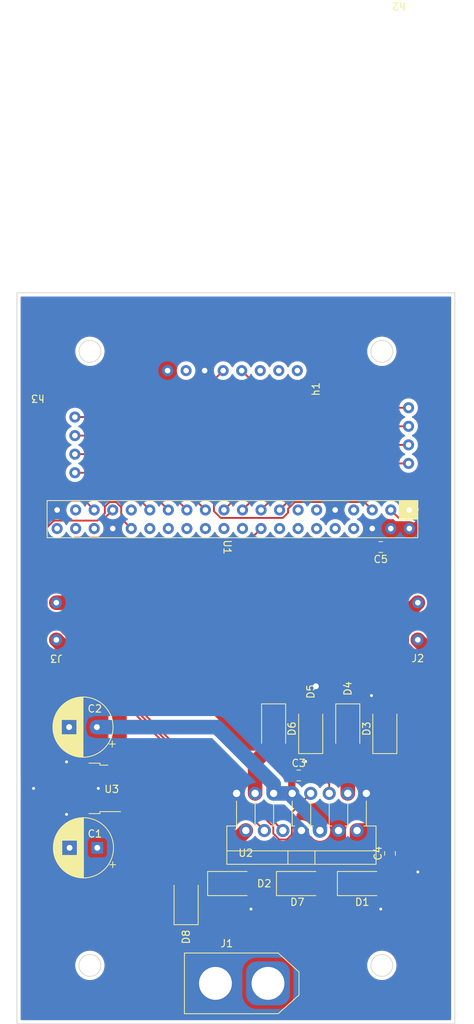
<source format=kicad_pcb>
(kicad_pcb (version 20211014) (generator pcbnew)
  (layers (0 "F.Cu" signal) (31 "B.Cu" signal) (34 "B.Paste" user) (35 "F.Paste" user) (36 "B.SilkS" user "B.Silkscreen") (37 "F.SilkS" user "F.Silkscreen") (38 "B.Mask" user) (39 "F.Mask" user) (44 "Edge.Cuts" user))
  (net 0 "")
  (net 4 "+12V")
  (net 5 "/SDA")
  (net 6 "/SCL")
  (net 9 "Net-(D1-Pad1)")
  (net 10 "Net-(D3-Pad1)")
  (net 11 "Net-(D5-Pad1)")
  (net 13 "/GPIO18(PWM0)")
  (net 14 "/GPIO12(PWM0)")
  (net 15 "/GPIO13(PWM1)")
  (net 16 "/GPIO19(PWM1)")
  (net 17 "Net-(D7-Pad1)")
  (net 18 "/Motor_sensor_1")
  (net 19 "/Motor_sensor_2")
  (net 21 "+5V")
  (net 22 "GND")
  (net 30 "/Motor_sensor_3")
  (net 32 "/Motor_sensor_4")
  (net 33 "/Motor_sensor_5")
  (net 34 "/Motor_sensor_6")
  (net 35 "/Motor_sensor_7")
  (net 37 "/Motor_sensor_8")
  (footprint "car:4head" (layer "F.Cu") (at 73.66 50.8)
    (fp_text reference "h2" (at -1.31 -60.007859 180 unlocked) (layer "F.SilkS"))
    (fp_text value "4head")
    (pad "1" thru_hole circle (at 0 2.54) (size 1.524 1.524) (drill 0.762) (layers *.Cu *.Mask) (net 18 "/Motor_sensor_1"))
    (pad "2" thru_hole circle (at 0 0) (size 1.524 1.524) (drill 0.762) (layers *.Cu *.Mask) (net 19 "/Motor_sensor_2"))
    (pad "3" thru_hole circle (at 0 -2.54) (size 1.524 1.524) (drill 0.762) (layers *.Cu *.Mask) (net 30 "/Motor_sensor_3"))
    (pad "4" thru_hole circle (at 0 -5.08) (size 1.524 1.524) (drill 0.762) (layers *.Cu *.Mask) (net 32 "/Motor_sensor_4"))
  )
  (footprint "Capacitor_SMD:C_0805_2012Metric" (layer "F.Cu") (at 69.85 64.77 180)
    (fp_text reference "C5" (at 0 -1.68) (layer "F.SilkS"))
    (fp_text value "100nf")
    (pad "1" smd roundrect (at -0.95 0 180) (size 1 1.45) (layers "F.Cu" "F.Paste" "F.Mask") (net 21 "+5V"))
    (pad "2" smd roundrect (at 0.95 0 180) (size 1 1.45) (layers "F.Cu" "F.Paste" "F.Mask") (net 22 "GND"))
  )
  (footprint "Capacitor_SMD:C_0805_2012Metric" (layer "F.Cu") (at 71.12 106.68 -90)
    (fp_text reference "C4" (at -0.002777 1.652285 90) (layer "F.SilkS"))
    (fp_text value "100nf")
    (pad "1" smd roundrect (at -0.95 0 270) (size 1 1.45) (layers "F.Cu" "F.Paste" "F.Mask") (net 4 "+12V"))
    (pad "2" smd roundrect (at 0.95 0 270) (size 1 1.45) (layers "F.Cu" "F.Paste" "F.Mask") (net 22 "GND"))
  )
  (footprint "Capacitor_SMD:C_0805_2012Metric" (layer "F.Cu") (at 58.613443 96.022268)
    (fp_text reference "C3" (at 0 -1.68) (layer "F.SilkS"))
    (fp_text value "100nf")
    (pad "1" smd roundrect (at -0.95 0) (size 1 1.45) (layers "F.Cu" "F.Paste" "F.Mask") (net 21 "+5V"))
    (pad "2" smd roundrect (at 0.95 0) (size 1 1.45) (layers "F.Cu" "F.Paste" "F.Mask") (net 22 "GND"))
  )
  (footprint "Connector_AMASS:AMASS_XT60-M_1x02_P7.20mm_Vertical" (layer "F.Cu") (at 54.4 124.46 180)
    (fp_text reference "J1" (at 5.647981 5.452) (layer "F.SilkS"))
    (fp_text value "XT60PW-M")
    (pad "1" thru_hole roundrect (at 0 0 180) (size 6 6) (drill 4.5) (layers *.Cu *.Mask) (net 4 "+12V"))
    (pad "2" thru_hole circle (at 7.2 0 180) (size 6 6) (drill 4.5) (layers *.Cu *.Mask) (net 22 "GND"))
  )
  (footprint "car:ras_head" (layer "F.Cu") (at 73.766683 59.703388 -90)
    (fp_text reference "U1" (at 5.08 24.94 -90 unlocked) (layer "F.SilkS"))
    (fp_text value "ras_head")
    (pad "1" thru_hole circle (at 0 0 270) (size 1.524 1.524) (drill 0.762) (layers *.Cu *.Mask))
    (pad "2" thru_hole circle (at 2.54 0 270) (size 1.524 1.524) (drill 0.762) (layers *.Cu *.Mask) (net 21 "+5V"))
    (pad "3" thru_hole circle (at 0 2.54 270) (size 1.524 1.524) (drill 0.762) (layers *.Cu *.Mask) (net 5 "/SDA"))
    (pad "4" thru_hole circle (at 2.54 2.54 270) (size 1.524 1.524) (drill 0.762) (layers *.Cu *.Mask) (net 21 "+5V"))
    (pad "5" thru_hole circle (at 0 5.08 270) (size 1.524 1.524) (drill 0.762) (layers *.Cu *.Mask) (net 6 "/SCL"))
    (pad "6" thru_hole circle (at 2.54 5.08 270) (size 1.524 1.524) (drill 0.762) (layers *.Cu *.Mask) (net 22 "GND"))
    (pad "7" thru_hole circle (at 0 7.62 270) (size 1.524 1.524) (drill 0.762) (layers *.Cu *.Mask))
    (pad "8" thru_hole circle (at 2.54 7.62 270) (size 1.524 1.524) (drill 0.762) (layers *.Cu *.Mask))
    (pad "9" thru_hole circle (at 0 10.16 270) (size 1.524 1.524) (drill 0.762) (layers *.Cu *.Mask) (net 22 "GND"))
    (pad "10" thru_hole circle (at 2.54 10.16 270) (size 1.524 1.524) (drill 0.762) (layers *.Cu *.Mask))
    (pad "11" thru_hole circle (at 0 12.7 270) (size 1.524 1.524) (drill 0.762) (layers *.Cu *.Mask))
    (pad "12" thru_hole circle (at 2.54 12.7 270) (size 1.524 1.524) (drill 0.762) (layers *.Cu *.Mask))
    (pad "13" thru_hole circle (at 0 15.24 270) (size 1.524 1.524) (drill 0.762) (layers *.Cu *.Mask))
    (pad "14" thru_hole circle (at 2.54 15.24 270) (size 1.524 1.524) (drill 0.762) (layers *.Cu *.Mask))
    (pad "15" thru_hole circle (at 0 17.78 270) (size 1.524 1.524) (drill 0.762) (layers *.Cu *.Mask) (net 18 "/Motor_sensor_1"))
    (pad "16" thru_hole circle (at 2.54 17.78 270) (size 1.524 1.524) (drill 0.762) (layers *.Cu *.Mask))
    (pad "17" thru_hole circle (at 0 20.32 270) (size 1.524 1.524) (drill 0.762) (layers *.Cu *.Mask) (net 19 "/Motor_sensor_2"))
    (pad "18" thru_hole circle (at 2.54 20.32 270) (size 1.524 1.524) (drill 0.762) (layers *.Cu *.Mask) (net 13 "/GPIO18(PWM0)"))
    (pad "19" thru_hole circle (at 0 22.86 270) (size 1.524 1.524) (drill 0.762) (layers *.Cu *.Mask) (net 30 "/Motor_sensor_3"))
    (pad "20" thru_hole circle (at 2.54 22.86 270) (size 1.524 1.524) (drill 0.762) (layers *.Cu *.Mask))
    (pad "21" thru_hole circle (at 0 25.4 270) (size 1.524 1.524) (drill 0.762) (layers *.Cu *.Mask) (net 32 "/Motor_sensor_4"))
    (pad "22" thru_hole circle (at 2.54 25.4 270) (size 1.524 1.524) (drill 0.762) (layers *.Cu *.Mask))
    (pad "23" thru_hole circle (at 0 27.94 270) (size 1.524 1.524) (drill 0.762) (layers *.Cu *.Mask) (net 33 "/Motor_sensor_5"))
    (pad "24" thru_hole circle (at 2.54 27.94 270) (size 1.524 1.524) (drill 0.762) (layers *.Cu *.Mask))
    (pad "25" thru_hole circle (at 0 30.48 270) (size 1.524 1.524) (drill 0.762) (layers *.Cu *.Mask) (net 34 "/Motor_sensor_6"))
    (pad "26" thru_hole circle (at 2.54 30.48 270) (size 1.524 1.524) (drill 0.762) (layers *.Cu *.Mask))
    (pad "27" thru_hole circle (at 0 33.02 270) (size 1.524 1.524) (drill 0.762) (layers *.Cu *.Mask) (net 35 "/Motor_sensor_7"))
    (pad "28" thru_hole circle (at 2.54 33.02 270) (size 1.524 1.524) (drill 0.762) (layers *.Cu *.Mask))
    (pad "29" thru_hole circle (at 0 35.56 270) (size 1.524 1.524) (drill 0.762) (layers *.Cu *.Mask) (net 37 "/Motor_sensor_8"))
    (pad "30" thru_hole circle (at 2.54 35.56 270) (size 1.524 1.524) (drill 0.762) (layers *.Cu *.Mask))
    (pad "31" thru_hole circle (at 0 38.1 270) (size 1.524 1.524) (drill 0.762) (layers *.Cu *.Mask))
    (pad "32" thru_hole circle (at 2.54 38.1 270) (size 1.524 1.524) (drill 0.762) (layers *.Cu *.Mask) (net 14 "/GPIO12(PWM0)"))
    (pad "33" thru_hole circle (at 0 40.64 270) (size 1.524 1.524) (drill 0.762) (layers *.Cu *.Mask) (net 15 "/GPIO13(PWM1)"))
    (pad "34" thru_hole circle (at 2.54 40.64 270) (size 1.524 1.524) (drill 0.762) (layers *.Cu *.Mask) (net 22 "GND"))
    (pad "35" thru_hole circle (at 0 43.18 270) (size 1.524 1.524) (drill 0.762) (layers *.Cu *.Mask) (net 16 "/GPIO19(PWM1)"))
    (pad "36" thru_hole circle (at 2.54 43.18 270) (size 1.524 1.524) (drill 0.762) (layers *.Cu *.Mask))
    (pad "37" thru_hole circle (at 0 45.72 270) (size 1.524 1.524) (drill 0.762) (layers *.Cu *.Mask))
    (pad "38" thru_hole circle (at 2.54 45.72 270) (size 1.524 1.524) (drill 0.762) (layers *.Cu *.Mask))
    (pad "39" thru_hole circle (at 0 48.26 270) (size 1.524 1.524) (drill 0.762) (layers *.Cu *.Mask) (net 22 "GND"))
    (pad "40" thru_hole circle (at 2.54 48.26 270) (size 1.524 1.524) (drill 0.762) (layers *.Cu *.Mask))
  )
  (footprint "car:2_head_connector" (layer "F.Cu") (at 25.4 72.39 180)
    (fp_text reference "J3" (at 0 -7.62 180 unlocked) (layer "F.SilkS"))
    (fp_text value "Conn_01x02_Female")
    (pad "1" thru_hole circle (at 0 0 180) (size 1.524 1.524) (drill 0.762) (layers *.Cu *.Mask) (net 11 "Net-(D5-Pad1)"))
    (pad "2" thru_hole circle (at 0 -5.08 180) (size 1.524 1.524) (drill 0.762) (layers *.Cu *.Mask) (net 17 "Net-(D7-Pad1)"))
  )
  (footprint "car:4head" (layer "F.Cu") (at 27.94 49.53 180)
    (fp_text reference "h3" (at 5.08 5.08 180 unlocked) (layer "F.SilkS"))
    (fp_text value "4head")
    (pad "1" thru_hole circle (at 0 2.54 180) (size 1.524 1.524) (drill 0.762) (layers *.Cu *.Mask) (net 33 "/Motor_sensor_5"))
    (pad "2" thru_hole circle (at 0 0 180) (size 1.524 1.524) (drill 0.762) (layers *.Cu *.Mask) (net 34 "/Motor_sensor_6"))
    (pad "3" thru_hole circle (at 0 -2.54 180) (size 1.524 1.524) (drill 0.762) (layers *.Cu *.Mask) (net 35 "/Motor_sensor_7"))
    (pad "4" thru_hole circle (at 0 -5.08 180) (size 1.524 1.524) (drill 0.762) (layers *.Cu *.Mask) (net 37 "/Motor_sensor_8"))
  )
  (footprint "Capacitor_THT:CP_Radial_D8.0mm_P3.80mm" (layer "F.Cu") (at 31.012651 105.9175 180)
    (fp_text reference "C1" (at 0.341073 1.91647) (layer "F.SilkS"))
    (fp_text value "220uf")
    (pad "1" thru_hole rect (at 0 0 180) (size 1.6 1.6) (drill 0.8) (layers *.Cu *.Mask) (net 4 "+12V"))
    (pad "2" thru_hole circle (at 3.8 0 180) (size 1.6 1.6) (drill 0.8) (layers *.Cu *.Mask) (net 22 "GND"))
  )
  (footprint "Capacitor_THT:CP_Radial_D8.0mm_P3.80mm" (layer "F.Cu") (at 30.951913 89.4075 180)
    (fp_text reference "C2" (at 0.284581 2.5125) (layer "F.SilkS"))
    (fp_text value "220uf")
    (pad "1" thru_hole rect (at 0 0 180) (size 1.6 1.6) (drill 0.8) (layers *.Cu *.Mask) (net 21 "+5V"))
    (pad "2" thru_hole circle (at 3.8 0 180) (size 1.6 1.6) (drill 0.8) (layers *.Cu *.Mask) (net 22 "GND"))
  )
  (footprint "Diode_SMD:D_SMA" (layer "F.Cu") (at 43.18 113.03 90)
    (fp_text reference "D8" (at -5.08 0 90) (layer "F.SilkS"))
    (fp_text value "SM4007")
    (pad "1" smd rect (at -2 0 90) (size 2.5 1.8) (layers "F.Cu" "F.Paste" "F.Mask") (net 4 "+12V"))
    (pad "2" smd rect (at 2 0 90) (size 2.5 1.8) (layers "F.Cu" "F.Paste" "F.Mask") (net 17 "Net-(D7-Pad1)"))
  )
  (footprint "Diode_SMD:D_SMA" (layer "F.Cu") (at 60.252436 89.63 90)
    (fp_text reference "D5" (at 5.08 0 90) (layer "F.SilkS"))
    (fp_text value "SM4007")
    (pad "1" smd rect (at -2 0 90) (size 2.5 1.8) (layers "F.Cu" "F.Paste" "F.Mask") (net 11 "Net-(D5-Pad1)"))
    (pad "2" smd rect (at 2 0 90) (size 2.5 1.8) (layers "F.Cu" "F.Paste" "F.Mask") (net 22 "GND"))
  )
  (footprint "Package_TO_SOT_THT:TO-220-15_P2.54x2.54mm_StaggerOdd_Lead4.58mm_Vertical" (layer "F.Cu") (at 67.872436 98.473141 180)
    (fp_text reference "U2" (at 16.515 -8.16) (layer "F.SilkS"))
    (fp_text value "L298HN")
    (pad "1" thru_hole rect (at 0 0 180) (size 1.8 1.8) (drill 1) (layers *.Cu *.Mask) (net 22 "GND"))
    (pad "2" thru_hole oval (at 1.27 -5.08 180) (size 1.8 1.8) (drill 1) (layers *.Cu *.Mask) (net 9 "Net-(D1-Pad1)"))
    (pad "3" thru_hole oval (at 2.54 0 180) (size 1.8 1.8) (drill 1) (layers *.Cu *.Mask) (net 10 "Net-(D3-Pad1)"))
    (pad "4" thru_hole oval (at 3.81 -5.08 180) (size 1.8 1.8) (drill 1) (layers *.Cu *.Mask) (net 4 "+12V"))
    (pad "5" thru_hole oval (at 5.08 0 180) (size 1.8 1.8) (drill 1) (layers *.Cu *.Mask) (net 13 "/GPIO18(PWM0)"))
    (pad "6" thru_hole oval (at 6.35 -5.08 180) (size 1.8 1.8) (drill 1) (layers *.Cu *.Mask) (net 21 "+5V"))
    (pad "7" thru_hole oval (at 7.62 0 180) (size 1.8 1.8) (drill 1) (layers *.Cu *.Mask) (net 14 "/GPIO12(PWM0)"))
    (pad "8" thru_hole oval (at 8.89 -5.08 180) (size 1.8 1.8) (drill 1) (layers *.Cu *.Mask) (net 22 "GND"))
    (pad "9" thru_hole oval (at 10.16 0 180) (size 1.8 1.8) (drill 1) (layers *.Cu *.Mask) (net 21 "+5V"))
    (pad "10" thru_hole oval (at 11.43 -5.08 180) (size 1.8 1.8) (drill 1) (layers *.Cu *.Mask) (net 15 "/GPIO13(PWM1)"))
    (pad "11" thru_hole oval (at 12.7 0 180) (size 1.8 1.8) (drill 1) (layers *.Cu *.Mask) (net 21 "+5V"))
    (pad "12" thru_hole oval (at 13.97 -5.08 180) (size 1.8 1.8) (drill 1) (layers *.Cu *.Mask) (net 16 "/GPIO19(PWM1)"))
    (pad "13" thru_hole oval (at 15.24 0 180) (size 1.8 1.8) (drill 1) (layers *.Cu *.Mask) (net 11 "Net-(D5-Pad1)"))
    (pad "14" thru_hole oval (at 16.51 -5.08 180) (size 1.8 1.8) (drill 1) (layers *.Cu *.Mask) (net 17 "Net-(D7-Pad1)"))
    (pad "15" thru_hole oval (at 17.78 0 180) (size 1.8 1.8) (drill 1) (layers *.Cu *.Mask) (net 22 "GND"))
  )
  (footprint "Diode_SMD:D_SMA" (layer "F.Cu") (at 58.96 110.807859)
    (fp_text reference "D2" (at -5.08 0) (layer "F.SilkS"))
    (fp_text value "SM4007")
    (pad "1" smd rect (at -2 0) (size 2.5 1.8) (layers "F.Cu" "F.Paste" "F.Mask") (net 4 "+12V"))
    (pad "2" smd rect (at 2 0) (size 2.5 1.8) (layers "F.Cu" "F.Paste" "F.Mask") (net 9 "Net-(D1-Pad1)"))
  )
  (footprint "car:car_head" (layer "F.Cu") (at 58.42 40.64 90)
    (fp_text reference "h1" (at -2.54 2.54 90 unlocked) (layer "F.SilkS"))
    (fp_text value "HW612")
    (pad "1" thru_hole circle (at 0 0 90) (size 1.524 1.524) (drill 0.762) (layers *.Cu *.Mask))
    (pad "2" thru_hole circle (at 0 -2.54 90) (size 1.524 1.524) (drill 0.762) (layers *.Cu *.Mask))
    (pad "3" thru_hole circle (at 0 -5.08 90) (size 1.524 1.524) (drill 0.762) (layers *.Cu *.Mask))
    (pad "4" thru_hole circle (at 0 -7.62 90) (size 1.524 1.524) (drill 0.762) (layers *.Cu *.Mask) (net 5 "/SDA"))
    (pad "5" thru_hole circle (at 0 -10.16 90) (size 1.524 1.524) (drill 0.762) (layers *.Cu *.Mask) (net 6 "/SCL"))
    (pad "6" thru_hole circle (at 0 -12.7 90) (size 1.524 1.524) (drill 0.762) (layers *.Cu *.Mask) (net 22 "GND"))
    (pad "7" thru_hole circle (at 0 -15.24 90) (size 1.524 1.524) (drill 0.762) (layers *.Cu *.Mask))
    (pad "8" thru_hole circle (at 0 -17.78 90) (size 1.524 1.524) (drill 0.762) (layers *.Cu *.Mask) (net 21 "+5V"))
  )
  (footprint "Package_TO_SOT_SMD:TO-252-2" (layer "F.Cu") (at 28.897651 97.79 180)
    (fp_text reference "U3" (at -4.090083 -0.109011) (layer "F.SilkS"))
    (fp_text value "KA78M05_TO252")
    (pad "1" smd rect (at -4.2 -2.28 180) (size 2.2 1.2) (layers "F.Cu" "F.Paste" "F.Mask") (net 4 "+12V"))
    (pad "2" smd rect (at 2.1 0 180) (size 6.4 5.8) (layers "F.Cu" "F.Mask") (net 22 "GND"))
    (pad "3" smd rect (at -4.2 2.28 180) (size 2.2 1.2) (layers "F.Cu" "F.Paste" "F.Mask") (net 21 "+5V"))
  )
  (footprint "car:2_head_connector" (layer "F.Cu") (at 74.93 77.47)
    (fp_text reference "J2" (at 0 2.54 unlocked) (layer "F.SilkS"))
    (fp_text value "Conn_01x02_Female")
    (pad "1" thru_hole circle (at 0 0) (size 1.524 1.524) (drill 0.762) (layers *.Cu *.Mask) (net 9 "Net-(D1-Pad1)"))
    (pad "2" thru_hole circle (at 0 -5.08) (size 1.524 1.524) (drill 0.762) (layers *.Cu *.Mask) (net 10 "Net-(D3-Pad1)"))
  )
  (footprint "Diode_SMD:D_SMA" (layer "F.Cu") (at 70.412436 89.63 90)
    (fp_text reference "D3" (at 0 -2.5 90) (layer "F.SilkS"))
    (fp_text value "SM4007")
    (pad "1" smd rect (at -2 0 90) (size 2.5 1.8) (layers "F.Cu" "F.Paste" "F.Mask") (net 10 "Net-(D3-Pad1)"))
    (pad "2" smd rect (at 2 0 90) (size 2.5 1.8) (layers "F.Cu" "F.Paste" "F.Mask") (net 22 "GND"))
  )
  (footprint "Diode_SMD:D_SMA" (layer "F.Cu") (at 67.31 110.807859)
    (fp_text reference "D1" (at 0 2.54) (layer "F.SilkS"))
    (fp_text value "SM4007")
    (pad "1" smd rect (at -2 0) (size 2.5 1.8) (layers "F.Cu" "F.Paste" "F.Mask") (net 9 "Net-(D1-Pad1)"))
    (pad "2" smd rect (at 2 0) (size 2.5 1.8) (layers "F.Cu" "F.Paste" "F.Mask") (net 22 "GND"))
  )
  (footprint "Diode_SMD:D_SMA" (layer "F.Cu") (at 49.53 110.807859)
    (fp_text reference "D7" (at 8.89 2.54) (layer "F.SilkS"))
    (fp_text value "SM4007")
    (pad "1" smd rect (at -2 0) (size 2.5 1.8) (layers "F.Cu" "F.Paste" "F.Mask") (net 17 "Net-(D7-Pad1)"))
    (pad "2" smd rect (at 2 0) (size 2.5 1.8) (layers "F.Cu" "F.Paste" "F.Mask") (net 22 "GND"))
  )
  (footprint "Diode_SMD:D_SMA" (layer "F.Cu") (at 65.332436 89.63 -90)
    (fp_text reference "D4" (at -5.492141 0 90) (layer "F.SilkS"))
    (fp_text value "SM4007")
    (pad "1" smd rect (at -2 0 270) (size 2.5 1.8) (layers "F.Cu" "F.Paste" "F.Mask") (net 4 "+12V"))
    (pad "2" smd rect (at 2 0 270) (size 2.5 1.8) (layers "F.Cu" "F.Paste" "F.Mask") (net 10 "Net-(D3-Pad1)"))
  )
  (footprint "Diode_SMD:D_SMA" (layer "F.Cu") (at 55.172436 89.63 -90)
    (fp_text reference "D6" (at 0 -2.5 90) (layer "F.SilkS"))
    (fp_text value "SM4007")
    (pad "1" smd rect (at -2 0 270) (size 2.5 1.8) (layers "F.Cu" "F.Paste" "F.Mask") (net 4 "+12V"))
    (pad "2" smd rect (at 2 0 270) (size 2.5 1.8) (layers "F.Cu" "F.Paste" "F.Mask") (net 11 "Net-(D5-Pad1)"))
  )
  (gr_circle (center 70 122) (end 71.5 122) (layer "Edge.Cuts") (width 0.1) (fill none))
  (gr_rect (start 20 30) (end 80 130) (layer "Edge.Cuts") (width 0.1) (fill none))
  (gr_circle (center 30 122) (end 31.5 122) (layer "Edge.Cuts") (width 0.1) (fill none))
  (gr_circle (center 70 38) (end 71.5 38) (layer "Edge.Cuts") (width 0.1) (fill none))
  (gr_circle (center 30 38) (end 31.5 38) (layer "Edge.Cuts") (width 0.1) (fill none))
  (segment (start 73.79328 43.18) (end 53.34 43.18) (width 0.25) (layer "F.Cu") (net 5))
  (segment (start 71.226683 59.703388) (end 72.313194 60.789899) (width 0.25) (layer "F.Cu") (net 5))
  (segment (start 76.2 58.806631) (end 76.2 45.58672) (width 0.25) (layer "F.Cu") (net 5))
  (segment (start 53.34 43.18) (end 50.8 40.64) (width 0.25) (layer "F.Cu") (net 5))
  (segment (start 76.2 45.58672) (end 73.79328 43.18) (width 0.25) (layer "F.Cu") (net 5))
  (segment (start 72.313194 60.789899) (end 74.216732 60.789899) (width 0.25) (layer "F.Cu") (net 5))
  (segment (start 74.216732 60.789899) (end 76.2 58.806631) (width 0.25) (layer "F.Cu") (net 5))
  (segment (start 57.15 60.076631) (end 56.436732 60.789899) (width 0.25) (layer "F.Cu") (net 6))
  (segment (start 67.600172 58.616877) (end 58.076634 58.616877) (width 0.25) (layer "F.Cu") (net 6))
  (segment (start 58.076634 58.616877) (end 57.15 59.543511) (width 0.25) (layer "F.Cu") (net 6))
  (segment (start 68.686683 59.703388) (end 67.600172 58.616877) (width 0.25) (layer "F.Cu") (net 6))
  (segment (start 56.436732 60.789899) (end 47.916634 60.789899) (width 0.25) (layer "F.Cu") (net 6))
  (segment (start 46.99 41.91) (end 48.26 40.64) (width 0.25) (layer "F.Cu") (net 6))
  (segment (start 47.916634 60.789899) (end 46.99 59.863265) (width 0.25) (layer "F.Cu") (net 6))
  (segment (start 57.15 59.543511) (end 57.15 60.076631) (width 0.25) (layer "F.Cu") (net 6))
  (segment (start 46.99 59.863265) (end 46.99 41.91) (width 0.25) (layer "F.Cu") (net 6))
  (segment (start 76.2 78.74) (end 76.2 96.52) (width 2) (layer "F.Cu") (net 9))
  (segment (start 69.166859 103.553141) (end 66.602436 103.553141) (width 2) (layer "F.Cu") (net 9))
  (segment (start 76.2 96.52) (end 69.166859 103.553141) (width 2) (layer "F.Cu") (net 9))
  (segment (start 66.602436 107.387564) (end 65.31 108.68) (width 2) (layer "F.Cu") (net 9))
  (segment (start 66.602436 103.553141) (end 66.602436 107.387564) (width 2) (layer "F.Cu") (net 9))
  (segment (start 74.93 77.47) (end 76.2 78.74) (width 2) (layer "F.Cu") (net 9))
  (segment (start 60.96 110.807859) (end 65.31 110.807859) (width 2) (layer "F.Cu") (net 9))
  (segment (start 65.31 108.68) (end 65.31 110.807859) (width 2) (layer "F.Cu") (net 9))
  (segment (start 65.12 110.807859) (end 60.96 110.807859) (width 0.5) (layer "F.Cu") (net 9))
  (segment (start 72.73048 78.381072) (end 72.73048 74.58952) (width 2) (layer "F.Cu") (net 10))
  (segment (start 73.66 88.382436) (end 73.66 79.310592) (width 2) (layer "F.Cu") (net 10))
  (segment (start 65.332436 91.63) (end 70.412436 91.63) (width 0.5) (layer "F.Cu") (net 10))
  (segment (start 73.66 79.310592) (end 72.73048 78.381072) (width 2) (layer "F.Cu") (net 10))
  (segment (start 72.73048 74.58952) (end 74.93 72.39) (width 2) (layer "F.Cu") (net 10))
  (segment (start 70.412436 91.63) (end 73.66 88.382436) (width 2) (layer "F.Cu") (net 10))
  (segment (start 70.412436 91.63) (end 65.332436 96.71) (width 2) (layer "F.Cu") (net 10))
  (segment (start 65.332436 96.71) (end 65.332436 98.473141) (width 2) (layer "F.Cu") (net 10))
  (segment (start 52.632436 94.17) (end 52.632436 98.473141) (width 2) (layer "F.Cu") (net 11))
  (segment (start 25.4 72.39) (end 33.02 72.39) (width 2) (layer "F.Cu") (net 11))
  (segment (start 60.252436 91.63) (end 55.172436 91.63) (width 2) (layer "F.Cu") (net 11))
  (segment (start 52.26 91.63) (end 55.172436 91.63) (width 2) (layer "F.Cu") (net 11))
  (segment (start 33.02 72.39) (end 52.26 91.63) (width 2) (layer "F.Cu") (net 11))
  (segment (start 55.172436 91.63) (end 52.632436 94.17) (width 2) (layer "F.Cu") (net 11))
  (segment (start 52.07 63.620071) (end 53.446683 62.243388) (width 0.25) (layer "F.Cu") (net 13))
  (segment (start 53.947925 89.204511) (end 52.07 87.326586) (width 0.25) (layer "F.Cu") (net 13))
  (segment (start 62.792436 98.473141) (end 62.792436 97.200349) (width 0.25) (layer "F.Cu") (net 13))
  (segment (start 52.07 87.326586) (end 52.07 63.620071) (width 0.25) (layer "F.Cu") (net 13))
  (segment (start 62.792436 97.200349) (end 62.23 96.637913) (width 0.25) (layer "F.Cu") (net 13))
  (segment (start 62.23 96.637913) (end 62.23 90.17) (width 0.25) (layer "F.Cu") (net 13))
  (segment (start 62.23 90.17) (end 61.264511 89.204511) (width 0.25) (layer "F.Cu") (net 13))
  (segment (start 61.264511 89.204511) (end 53.947925 89.204511) (width 0.25) (layer "F.Cu") (net 13))
  (segment (start 34.29 59.330145) (end 34.29 60.866705) (width 0.25) (layer "F.Cu") (net 14))
  (segment (start 33.576732 58.616877) (end 34.29 59.330145) (width 0.25) (layer "F.Cu") (net 14))
  (segment (start 57.666947 101.05863) (end 57.666947 104.099317) (width 0.25) (layer "F.Cu") (net 14))
  (segment (start 55.126947 103.045931) (end 53.178395 101.097379) (width 0.25) (layer "F.Cu") (net 14))
  (segment (start 55.935226 104.777652) (end 55.126947 103.969373) (width 0.25) (layer "F.Cu") (net 14))
  (segment (start 36.936683 87.736683) (end 36.936683 86.497811) (width 0.25) (layer "F.Cu") (net 14))
  (segment (start 34.29 60.866705) (end 35.666683 62.243388) (width 0.25) (layer "F.Cu") (net 14))
  (segment (start 32.676634 58.616877) (end 33.576732 58.616877) (width 0.25) (layer "F.Cu") (net 14))
  (segment (start 60.252436 98.473141) (end 57.666947 101.05863) (width 0.25) (layer "F.Cu") (net 14))
  (segment (start 55.126947 103.969373) (end 55.126947 103.045931) (width 0.25) (layer "F.Cu") (net 14))
  (segment (start 57.666947 104.099317) (end 56.988612 104.777652) (width 0.25) (layer "F.Cu") (net 14))
  (segment (start 25.763872 75.325) (end 25.213803 75.325) (width 0.25) (layer "F.Cu") (net 14))
  (segment (start 25.056634 61.156877) (end 31.036732 61.156877) (width 0.25) (layer "F.Cu") (net 14))
  (segment (start 25.213803 75.325) (end 23.62596 73.737156) (width 0.25) (layer "F.Cu") (net 14))
  (segment (start 32.040172 59.253339) (end 32.676634 58.616877) (width 0.25) (layer "F.Cu") (net 14))
  (segment (start 50.297379 101.097379) (end 36.936683 87.736683) (width 0.25) (layer "F.Cu") (net 14))
  (segment (start 23.62596 62.587551) (end 25.056634 61.156877) (width 0.25) (layer "F.Cu") (net 14))
  (segment (start 32.040172 60.153437) (end 32.040172 59.253339) (width 0.25) (layer "F.Cu") (net 14))
  (segment (start 36.936683 86.497811) (end 25.763872 75.325) (width 0.25) (layer "F.Cu") (net 14))
  (segment (start 23.62596 73.737156) (end 23.62596 62.587551) (width 0.25) (layer "F.Cu") (net 14))
  (segment (start 53.178395 101.097379) (end 50.297379 101.097379) (width 0.25) (layer "F.Cu") (net 14))
  (segment (start 56.988612 104.777652) (end 55.935226 104.777652) (width 0.25) (layer "F.Cu") (net 14))
  (segment (start 31.036732 61.156877) (end 32.040172 60.153437) (width 0.25) (layer "F.Cu") (net 14))
  (segment (start 50.483577 100.647859) (end 37.386203 87.550485) (width 0.25) (layer "F.Cu") (net 15))
  (segment (start 31.233609 63.5) (end 32.040172 62.693437) (width 0.25) (layer "F.Cu") (net 15))
  (segment (start 56.442436 103.553141) (end 53.537154 100.647859) (width 0.25) (layer "F.Cu") (net 15))
  (segment (start 27.94 63.5) (end 31.233609 63.5) (width 0.25) (layer "F.Cu") (net 15))
  (segment (start 37.386203 86.311613) (end 25.950069 74.87548) (width 0.25) (layer "F.Cu") (net 15))
  (segment (start 25.950069 74.87548) (end 25.400001 74.87548) (width 0.25) (layer "F.Cu") (net 15))
  (segment (start 24.07548 73.550959) (end 24.07548 67.36452) (width 0.25) (layer "F.Cu") (net 15))
  (segment (start 25.400001 74.87548) (end 24.07548 73.550959) (width 0.25) (layer "F.Cu") (net 15))
  (segment (start 24.07548 67.36452) (end 27.94 63.5) (width 0.25) (layer "F.Cu") (net 15))
  (segment (start 32.040172 60.789899) (end 33.126683 59.703388) (width 0.25) (layer "F.Cu") (net 15))
  (segment (start 32.040172 62.693437) (end 32.040172 60.789899) (width 0.25) (layer "F.Cu") (net 15))
  (segment (start 37.386203 87.550485) (end 37.386203 86.311613) (width 0.25) (layer "F.Cu") (net 15))
  (segment (start 53.537154 100.647859) (end 50.483577 100.647859) (width 0.25) (layer "F.Cu") (net 15))
  (segment (start 23.17644 73.923353) (end 23.17644 59.37356) (width 0.25) (layer "F.Cu") (net 16))
  (segment (start 24.13 58.42) (end 29.303295 58.42) (width 0.25) (layer "F.Cu") (net 16))
  (segment (start 25.577674 75.77452) (end 25.027605 75.77452) (width 0.25) (layer "F.Cu") (net 16))
  (segment (start 36.487163 86.684009) (end 25.577674 75.77452) (width 0.25) (layer "F.Cu") (net 16))
  (segment (start 25.027605 75.77452) (end 24.764283 75.511197) (width 0.25) (layer "F.Cu") (net 16))
  (segment (start 53.902436 103.553141) (end 52.228405 101.87911) (width 0.25) (layer "F.Cu") (net 16))
  (segment (start 50.443393 101.87911) (end 36.487163 87.92288) (width 0.25) (layer "F.Cu") (net 16))
  (segment (start 24.764283 75.511197) (end 23.17644 73.923353) (width 0.25) (layer "F.Cu") (net 16))
  (segment (start 29.303295 58.42) (end 30.586683 59.703388) (width 0.25) (layer "F.Cu") (net 16))
  (segment (start 52.228405 101.87911) (end 50.443393 101.87911) (width 0.25) (layer "F.Cu") (net 16))
  (segment (start 36.487163 87.92288) (end 36.487163 86.684009) (width 0.25) (layer "F.Cu") (net 16))
  (segment (start 23.17644 59.37356) (end 24.13 58.42) (width 0.25) (layer "F.Cu") (net 16))
  (segment (start 43.18 110.267859) (end 43.18 101.493327) (width 2) (layer "F.Cu") (net 17))
  (segment (start 34.04548 92.358807) (end 34.04548 86.11548) (width 2) (layer "F.Cu") (net 17))
  (segment (start 51.362436 103.553141) (end 47.53 107.385577) (width 2) (layer "F.Cu") (net 17))
  (segment (start 47.53 110.807859) (end 43.72 110.807859) (width 0.25) (layer "F.Cu") (net 17))
  (segment (start 47.53 107.385577) (end 47.53 110.807859) (width 2) (layer "F.Cu") (net 17))
  (segment (start 43.18 101.493327) (end 34.04548 92.358807) (width 2) (layer "F.Cu") (net 17))
  (segment (start 34.04548 86.11548) (end 25.4 77.47) (width 2) (layer "F.Cu") (net 17))
  (segment (start 43.72 110.807859) (end 43.18 110.267859) (width 0.25) (layer "F.Cu") (net 17))
  (segment (start 62.350071 53.34) (end 73.66 53.34) (width 0.25) (layer "F.Cu") (net 18))
  (segment (start 62.350071 53.34) (end 55.986683 59.703388) (width 0.25) (layer "F.Cu") (net 18))
  (segment (start 62.350071 50.8) (end 53.446683 59.703388) (width 0.25) (layer "F.Cu") (net 19))
  (segment (start 62.350071 50.8) (end 73.66 50.8) (width 0.25) (layer "F.Cu") (net 19))
  (segment (start 70.8 64.77) (end 70.8 62.670071) (width 1) (layer "F.Cu") (net 21))
  (segment (start 57.663443 96.022268) (end 57.663443 98.424148) (width 1) (layer "F.Cu") (net 21))
  (segment (start 73.766683 62.243388) (end 71.226683 62.243388) (width 2) (layer "F.Cu") (net 21))
  (segment (start 70.8 62.670071) (end 71.226683 62.243388) (width 1) (layer "F.Cu") (net 21))
  (segment (start 57.663443 98.424148) (end 57.712436 98.473141) (width 1) (layer "F.Cu") (net 21))
  (segment (start 55.172436 97.200349) (end 55.172436 98.473141) (width 2) (layer "B.Cu") (net 21))
  (segment (start 30.951913 89.4075) (end 47.379587 89.4075) (width 2) (layer "B.Cu") (net 21))
  (segment (start 47.379587 89.4075) (end 55.172436 97.200349) (width 2) (layer "B.Cu") (net 21))
  (segment (start 55.172436 98.473141) (end 57.712436 98.473141) (width 2) (layer "B.Cu") (net 21))
  (segment (start 57.712436 98.902299) (end 61.522436 102.712299) (width 2) (layer "B.Cu") (net 21))
  (segment (start 57.712436 98.425) (end 61.522436 102.235) (width 0.25) (layer "B.Cu") (net 21))
  (segment (start 57.712436 98.473141) (end 57.712436 98.902299) (width 2) (layer "B.Cu") (net 21))
  (segment (start 61.522436 102.712299) (end 61.522436 103.553141) (width 2) (layer "B.Cu") (net 21))
  (segment (start 61.522436 102.235) (end 61.522436 103.505) (width 0.25) (layer "B.Cu") (net 21))
  (segment (start 60.252436 87.63) (end 60.252436 84.527564) (width 2) (layer "F.Cu") (net 22))
  (segment (start 71.12 107.63) (end 73.34 107.63) (width 2) (layer "F.Cu") (net 22))
  (segment (start 59.563443 96.022268) (end 59.563443 94.106557) (width 1) (layer "F.Cu") (net 22))
  (segment (start 26.645151 97.79) (end 31.150151 97.79) (width 1) (layer "F.Cu") (net 22))
  (segment (start 70.412436 87.63) (end 70.412436 86.922436) (width 2) (layer "F.Cu") (net 22))
  (segment (start 26.797651 97.79) (end 26.797651 101.345) (width 1) (layer "F.Cu") (net 22))
  (segment (start 26.797651 97.79) (end 22.292651 97.79) (width 1) (layer "F.Cu") (net 22))
  (segment (start 51.53 113.76) (end 52.07 114.3) (width 2) (layer "F.Cu") (net 22))
  (segment (start 69.31 113.76) (end 69.85 114.3) (width 2) (layer "F.Cu") (net 22))
  (segment (start 70.412436 86.922436) (end 68.58 85.09) (width 2) (layer "F.Cu") (net 22))
  (segment (start 69.31 110.807859) (end 69.31 113.76) (width 2) (layer "F.Cu") (net 22))
  (segment (start 26.797651 97.79) (end 26.797651 94.165) (width 1) (layer "F.Cu") (net 22))
  (segment (start 73.34 107.63) (end 74.93 109.22) (width 2) (layer "F.Cu") (net 22))
  (segment (start 51.53 110.807859) (end 51.53 113.76) (width 2) (layer "F.Cu") (net 22))
  (segment (start 68.9 62.456705) (end 68.9 64.77) (width 1) (layer "F.Cu") (net 22))
  (segment (start 60.252436 84.527564) (end 60.96 83.82) (width 2) (layer "F.Cu") (net 22))
  (segment (start 68.686683 62.243388) (end 68.9 62.456705) (width 1) (layer "F.Cu") (net 22))
  (via (at 31.150151 97.79) (size 0.8) (drill 0.4) (layers "F.Cu" "B.Cu") (net 22))
  (via (at 68.58 85.09) (size 0.8) (drill 0.4) (layers "F.Cu" "B.Cu") (net 22))
  (via (at 60.96 83.82) (size 1) (drill 0.8) (layers "F.Cu" "B.Cu") (net 22))
  (via (at 52.07 114.3) (size 0.8) (drill 0.4) (layers "F.Cu" "B.Cu") (net 22))
  (via (at 69.85 114.3) (size 0.8) (drill 0.4) (layers "F.Cu" "B.Cu") (net 22))
  (via (at 26.797651 94.165) (size 0.8) (drill 0.4) (layers "F.Cu" "B.Cu") (net 22))
  (via (at 26.797651 101.345) (size 0.8) (drill 0.4) (layers "F.Cu" "B.Cu") (net 22))
  (via (at 59.563443 94.106557) (size 0.8) (drill 0.4) (layers "F.Cu" "B.Cu") (net 22))
  (via (at 74.93 109.22) (size 0.8) (drill 0.4) (layers "F.Cu" "B.Cu") (net 22))
  (via (at 22.28049 97.792601) (size 0.8) (drill 0.4) (layers "F.Cu" "B.Cu") (net 22))
  (segment (start 50.906683 59.703388) (end 62.350071 48.26) (width 0.25) (layer "F.Cu") (net 30))
  (segment (start 62.350071 48.26) (end 73.66 48.26) (width 0.25) (layer "F.Cu") (net 30))
  (segment (start 62.350071 45.72) (end 48.366683 59.703388) (width 0.25) (layer "F.Cu") (net 32))
  (segment (start 73.66 45.72) (end 62.350071 45.72) (width 0.25) (layer "F.Cu") (net 32))
  (segment (start 33.113295 46.99) (end 27.94 46.99) (width 0.25) (layer "F.Cu") (net 33))
  (segment (start 33.113295 46.99) (end 45.826683 59.703388) (width 0.25) (layer "F.Cu") (net 33))
  (segment (start 33.113295 49.53) (end 43.286683 59.703388) (width 0.25) (layer "F.Cu") (net 34))
  (segment (start 33.113295 49.53) (end 27.94 49.53) (width 0.25) (layer "F.Cu") (net 34))
  (segment (start 33.113295 52.07) (end 40.746683 59.703388) (width 0.25) (layer "F.Cu") (net 35))
  (segment (start 33.113295 52.07) (end 27.94 52.07) (width 0.25) (layer "F.Cu") (net 35))
  (segment (start 33.113295 54.61) (end 27.94 54.61) (width 0.25) (layer "F.Cu") (net 37))
  (segment (start 33.113295 54.61) (end 38.206683 59.703388) (width 0.25) (layer "F.Cu") (net 37))
  (zone (net 21) (net_name "+5V") (layer "F.Cu") (connect_pads yes (clearance 0.508)) (min_thickness 0.254) (fill yes (thermal_gap 0.508) (thermal_bridge_width 0.508))
    (polygon (pts (xy 79.824749 67.310001) (xy 35.56 67.31) (xy 35.56 96.52) (xy 20.32 96.52) (xy 20.32 30.48) (xy 79.824749 30.480001)))
  )
  (zone (net 4) (net_name "+12V") (layer "F.Cu") (connect_pads yes (clearance 0.508)) (min_thickness 0.254) (fill yes (thermal_gap 0.508) (thermal_bridge_width 0.508))
    (polygon (pts (xy 79.517321 129.858524) (xy 20.32 129.857859) (xy 20.32 98.473141) (xy 53.902436 98.473141) (xy 53.77737 68.591467) (xy 79.433846 68.549499)))
  )
  (zone (net 22) (net_name "GND") (layer "B.Cu") (connect_pads yes (clearance 0.508)) (min_thickness 0.254) (fill yes (thermal_gap 0.508) (thermal_bridge_width 0.508))
    (polygon (pts (xy 79.596779 129.540001) (xy 20.32 129.54) (xy 20.32 30.48) (xy 79.596779 30.480001)))
  )
)
</source>
